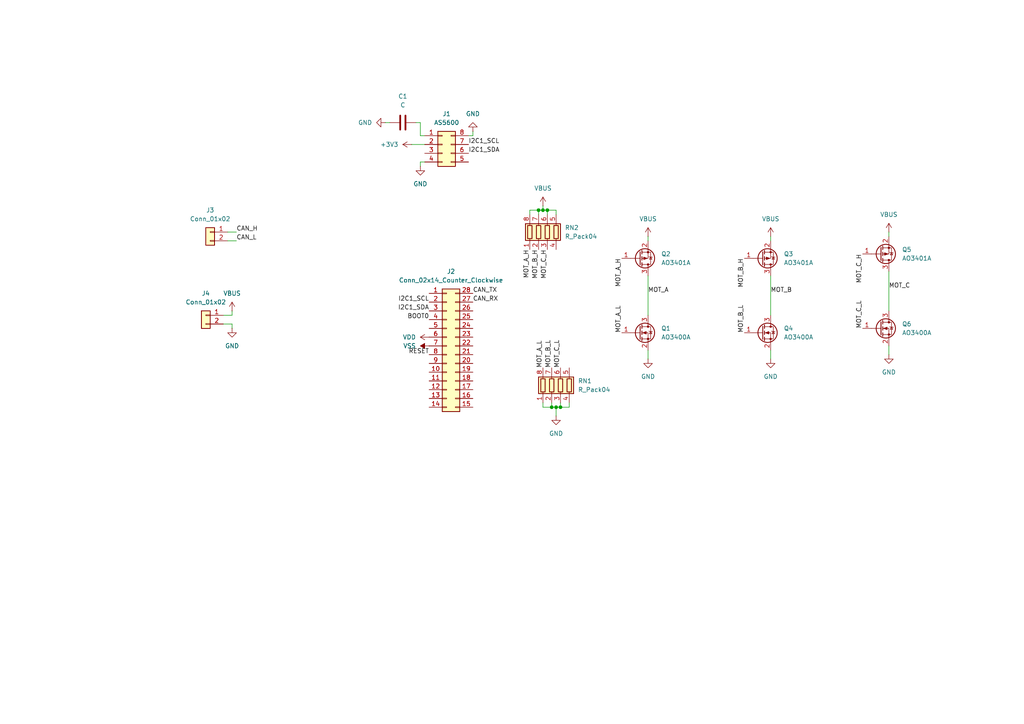
<source format=kicad_sch>
(kicad_sch (version 20231120) (generator "eeschema") (generator_version "8.0")
  (paper "A4")
  (lib_symbols
    (symbol "Connector_Generic:Conn_01x02" (pin_names (offset 1.016) hide)
      (property "Reference" "J" (at 0 2.54 0))
      (property "Value" "Conn_01x02" (at 0 -5.08 0))
      (symbol "Conn_01x02_1_1"
        (rectangle (start -1.27 -2.413) (end 0 -2.667) (stroke (width 0.1524)))
        (rectangle (start -1.27 0.127) (end 0 -0.127) (stroke (width 0.1524)))
        (rectangle (start -1.27 1.27) (end 1.27 -3.81) (stroke (width 0.254)) (fill (type background)))
        (pin passive line (at -5.08 0 0) (length 3.81) (name "Pin_1") (number "1"))
        (pin passive line (at -5.08 -2.54 0) (length 3.81) (name "Pin_2") (number "2"))
      )
    )
    (symbol "Connector_Generic:Conn_02x04_Counter_Clockwise" (pin_names (offset 1.016) hide)
      (property "Reference" "J" (at 1.27 5.08 0))
      (property "Value" "Conn_02x04_Counter_Clockwise" (at 1.27 -7.62 0))
      (symbol "Conn_02x04_Counter_Clockwise_1_1"
        (rectangle (start -1.27 -4.953) (end 0 -5.207) (stroke (width 0.1524)))
        (rectangle (start -1.27 -2.413) (end 0 -2.667) (stroke (width 0.1524)))
        (rectangle (start -1.27 0.127) (end 0 -0.127) (stroke (width 0.1524)))
        (rectangle (start -1.27 2.667) (end 0 2.413) (stroke (width 0.1524)))
        (rectangle (start -1.27 3.81) (end 3.81 -6.35) (stroke (width 0.254)) (fill (type background)))
        (rectangle (start 3.81 -4.953) (end 2.54 -5.207) (stroke (width 0.1524)))
        (rectangle (start 3.81 -2.413) (end 2.54 -2.667) (stroke (width 0.1524)))
        (rectangle (start 3.81 0.127) (end 2.54 -0.127) (stroke (width 0.1524)))
        (rectangle (start 3.81 2.667) (end 2.54 2.413) (stroke (width 0.1524)))
        (pin passive line (at -5.08 2.54 0) (length 3.81) (name "Pin_1") (number "1"))
        (pin passive line (at -5.08 0 0) (length 3.81) (name "Pin_2") (number "2"))
        (pin passive line (at -5.08 -2.54 0) (length 3.81) (name "Pin_3") (number "3"))
        (pin passive line (at -5.08 -5.08 0) (length 3.81) (name "Pin_4") (number "4"))
        (pin passive line (at 7.62 -5.08 180) (length 3.81) (name "Pin_5") (number "5"))
        (pin passive line (at 7.62 -2.54 180) (length 3.81) (name "Pin_6") (number "6"))
        (pin passive line (at 7.62 0 180) (length 3.81) (name "Pin_7") (number "7"))
        (pin passive line (at 7.62 2.54 180) (length 3.81) (name "Pin_8") (number "8"))
      )
    )
    (symbol "Connector_Generic:Conn_02x14_Counter_Clockwise" (pin_names (offset 1.016) hide)
      (property "Reference" "J" (at 1.27 17.78 0))
      (property "Value" "Conn_02x14_Counter_Clockwise" (at 1.27 -20.32 0))
      (symbol "Conn_02x14_Counter_Clockwise_1_1"
        (rectangle (start -1.27 -17.653) (end 0 -17.907) (stroke (width 0.1524)))
        (rectangle (start -1.27 -15.113) (end 0 -15.367) (stroke (width 0.1524)))
        (rectangle (start -1.27 -12.573) (end 0 -12.827) (stroke (width 0.1524)))
        (rectangle (start -1.27 -10.033) (end 0 -10.287) (stroke (width 0.1524)))
        (rectangle (start -1.27 -7.493) (end 0 -7.747) (stroke (width 0.1524)))
        (rectangle (start -1.27 -4.953) (end 0 -5.207) (stroke (width 0.1524)))
        (rectangle (start -1.27 -2.413) (end 0 -2.667) (stroke (width 0.1524)))
        (rectangle (start -1.27 0.127) (end 0 -0.127) (stroke (width 0.1524)))
        (rectangle (start -1.27 2.667) (end 0 2.413) (stroke (width 0.1524)))
        (rectangle (start -1.27 5.207) (end 0 4.953) (stroke (width 0.1524)))
        (rectangle (start -1.27 7.747) (end 0 7.493) (stroke (width 0.1524)))
        (rectangle (start -1.27 10.287) (end 0 10.033) (stroke (width 0.1524)))
        (rectangle (start -1.27 12.827) (end 0 12.573) (stroke (width 0.1524)))
        (rectangle (start -1.27 15.367) (end 0 15.113) (stroke (width 0.1524)))
        (rectangle (start -1.27 16.51) (end 3.81 -19.05) (stroke (width 0.254)) (fill (type background)))
        (rectangle (start 3.81 -17.653) (end 2.54 -17.907) (stroke (width 0.1524)))
        (rectangle (start 3.81 -15.113) (end 2.54 -15.367) (stroke (width 0.1524)))
        (rectangle (start 3.81 -12.573) (end 2.54 -12.827) (stroke (width 0.1524)))
        (rectangle (start 3.81 -10.033) (end 2.54 -10.287) (stroke (width 0.1524)))
        (rectangle (start 3.81 -7.493) (end 2.54 -7.747) (stroke (width 0.1524)))
        (rectangle (start 3.81 -4.953) (end 2.54 -5.207) (stroke (width 0.1524)))
        (rectangle (start 3.81 -2.413) (end 2.54 -2.667) (stroke (width 0.1524)))
        (rectangle (start 3.81 0.127) (end 2.54 -0.127) (stroke (width 0.1524)))
        (rectangle (start 3.81 2.667) (end 2.54 2.413) (stroke (width 0.1524)))
        (rectangle (start 3.81 5.207) (end 2.54 4.953) (stroke (width 0.1524)))
        (rectangle (start 3.81 7.747) (end 2.54 7.493) (stroke (width 0.1524)))
        (rectangle (start 3.81 10.287) (end 2.54 10.033) (stroke (width 0.1524)))
        (rectangle (start 3.81 12.827) (end 2.54 12.573) (stroke (width 0.1524)))
        (rectangle (start 3.81 15.367) (end 2.54 15.113) (stroke (width 0.1524)))
        (pin passive line (at -5.08 15.24 0) (length 3.81) (name "Pin_1") (number "1"))
        (pin passive line (at -5.08 -7.62 0) (length 3.81) (name "Pin_10") (number "10"))
        (pin passive line (at -5.08 -10.16 0) (length 3.81) (name "Pin_11") (number "11"))
        (pin passive line (at -5.08 -12.7 0) (length 3.81) (name "Pin_12") (number "12"))
        (pin passive line (at -5.08 -15.24 0) (length 3.81) (name "Pin_13") (number "13"))
        (pin passive line (at -5.08 -17.78 0) (length 3.81) (name "Pin_14") (number "14"))
        (pin passive line (at 7.62 -17.78 180) (length 3.81) (name "Pin_15") (number "15"))
        (pin passive line (at 7.62 -15.24 180) (length 3.81) (name "Pin_16") (number "16"))
        (pin passive line (at 7.62 -12.7 180) (length 3.81) (name "Pin_17") (number "17"))
        (pin passive line (at 7.62 -10.16 180) (length 3.81) (name "Pin_18") (number "18"))
        (pin passive line (at 7.62 -7.62 180) (length 3.81) (name "Pin_19") (number "19"))
        (pin passive line (at -5.08 12.7 0) (length 3.81) (name "Pin_2") (number "2"))
        (pin passive line (at 7.62 -5.08 180) (length 3.81) (name "Pin_20") (number "20"))
        (pin passive line (at 7.62 -2.54 180) (length 3.81) (name "Pin_21") (number "21"))
        (pin passive line (at 7.62 0 180) (length 3.81) (name "Pin_22") (number "22"))
        (pin passive line (at 7.62 2.54 180) (length 3.81) (name "Pin_23") (number "23"))
        (pin passive line (at 7.62 5.08 180) (length 3.81) (name "Pin_24") (number "24"))
        (pin passive line (at 7.62 7.62 180) (length 3.81) (name "Pin_25") (number "25"))
        (pin passive line (at 7.62 10.16 180) (length 3.81) (name "Pin_26") (number "26"))
        (pin passive line (at 7.62 12.7 180) (length 3.81) (name "Pin_27") (number "27"))
        (pin passive line (at 7.62 15.24 180) (length 3.81) (name "Pin_28") (number "28"))
        (pin passive line (at -5.08 10.16 0) (length 3.81) (name "Pin_3") (number "3"))
        (pin passive line (at -5.08 7.62 0) (length 3.81) (name "Pin_4") (number "4"))
        (pin passive line (at -5.08 5.08 0) (length 3.81) (name "Pin_5") (number "5"))
        (pin passive line (at -5.08 2.54 0) (length 3.81) (name "Pin_6") (number "6"))
        (pin passive line (at -5.08 0 0) (length 3.81) (name "Pin_7") (number "7"))
        (pin passive line (at -5.08 -2.54 0) (length 3.81) (name "Pin_8") (number "8"))
        (pin passive line (at -5.08 -5.08 0) (length 3.81) (name "Pin_9") (number "9"))
      )
    )
    (symbol "Device:C" (pin_numbers hide) (pin_names (offset 0.254))
      (property "Reference" "C" (at 0.635 2.54 0))
      (property "Value" "C" (at 0.635 -2.54 0))
      (symbol "C_0_1"
        (polyline (pts (xy -2.032 -0.762) (xy 2.032 -0.762)) (stroke (width 0.508)))
        (polyline (pts (xy -2.032 0.762) (xy 2.032 0.762)) (stroke (width 0.508)))
      )
      (symbol "C_1_1"
        (pin passive line (at 0 3.81 270) (length 2.794) (name "~") (number "1"))
        (pin passive line (at 0 -3.81 90) (length 2.794) (name "~") (number "2"))
      )
    )
    (symbol "Device:R_Pack04" (pin_names (offset 0) hide)
      (property "Reference" "RN" (at -7.62 0 90))
      (property "Value" "R_Pack04" (at 5.08 0 90))
      (symbol "R_Pack04_0_1"
        (rectangle (start -6.35 -2.413) (end 3.81 2.413) (stroke (width 0.254)) (fill (type background)))
        (rectangle (start -5.715 1.905) (end -4.445 -1.905) (stroke (width 0.254)))
        (rectangle (start -3.175 1.905) (end -1.905 -1.905) (stroke (width 0.254)))
        (rectangle (start -0.635 1.905) (end 0.635 -1.905) (stroke (width 0.254)))
        (polyline (pts (xy -5.08 -2.54) (xy -5.08 -1.905)))
        (polyline (pts (xy -5.08 1.905) (xy -5.08 2.54)))
        (polyline (pts (xy -2.54 -2.54) (xy -2.54 -1.905)))
        (polyline (pts (xy -2.54 1.905) (xy -2.54 2.54)))
        (polyline (pts (xy 0 -2.54) (xy 0 -1.905)))
        (polyline (pts (xy 0 1.905) (xy 0 2.54)))
        (polyline (pts (xy 2.54 -2.54) (xy 2.54 -1.905)))
        (polyline (pts (xy 2.54 1.905) (xy 2.54 2.54)))
        (rectangle (start 1.905 1.905) (end 3.175 -1.905) (stroke (width 0.254)))
      )
      (symbol "R_Pack04_1_1"
        (pin passive line (at -5.08 -5.08 90) (length 2.54) (name "R1.1") (number "1"))
        (pin passive line (at -2.54 -5.08 90) (length 2.54) (name "R2.1") (number "2"))
        (pin passive line (at 0 -5.08 90) (length 2.54) (name "R3.1") (number "3"))
        (pin passive line (at 2.54 -5.08 90) (length 2.54) (name "R4.1") (number "4"))
        (pin passive line (at 2.54 5.08 270) (length 2.54) (name "R4.2") (number "5"))
        (pin passive line (at 0 5.08 270) (length 2.54) (name "R3.2") (number "6"))
        (pin passive line (at -2.54 5.08 270) (length 2.54) (name "R2.2") (number "7"))
        (pin passive line (at -5.08 5.08 270) (length 2.54) (name "R1.2") (number "8"))
      )
    )
    (symbol "Transistor_FET:AO3400A" (pin_names hide)
      (property "Reference" "Q" (at 5.08 1.905 0))
      (property "Value" "AO3400A" (at 5.08 0 0))
      (symbol "AO3400A_0_1"
        (polyline (pts (xy 0.254 0) (xy -2.54 0)))
        (polyline (pts (xy 0.254 1.905) (xy 0.254 -1.905)) (stroke (width 0.254)))
        (polyline (pts (xy 0.762 -1.27) (xy 0.762 -2.286)) (stroke (width 0.254)))
        (polyline (pts (xy 0.762 0.508) (xy 0.762 -0.508)) (stroke (width 0.254)))
        (polyline (pts (xy 0.762 2.286) (xy 0.762 1.27)) (stroke (width 0.254)))
        (polyline (pts (xy 2.54 2.54) (xy 2.54 1.778)))
        (polyline (pts (xy 2.54 -2.54) (xy 2.54 0) (xy 0.762 0)))
        (polyline (pts (xy 0.762 -1.778) (xy 3.302 -1.778) (xy 3.302 1.778) (xy 0.762 1.778)))
        (polyline (pts (xy 1.016 0) (xy 2.032 0.381) (xy 2.032 -0.381) (xy 1.016 0)) (fill (type outline)))
        (polyline (pts (xy 2.794 0.508) (xy 2.921 0.381) (xy 3.683 0.381) (xy 3.81 0.254)))
        (polyline (pts (xy 3.302 0.381) (xy 2.921 -0.254) (xy 3.683 -0.254) (xy 3.302 0.381)))
        (circle (center 1.651 0) (radius 2.794) (stroke (width 0.254)))
        (circle (center 2.54 -1.778) (radius 0.254) (fill (type outline)))
        (circle (center 2.54 1.778) (radius 0.254) (fill (type outline)))
      )
      (symbol "AO3400A_1_1"
        (pin input line (at -5.08 0 0) (length 2.54) (name "G") (number "1"))
        (pin passive line (at 2.54 -5.08 90) (length 2.54) (name "S") (number "2"))
        (pin passive line (at 2.54 5.08 270) (length 2.54) (name "D") (number "3"))
      )
    )
    (symbol "Transistor_FET:AO3401A" (pin_names hide)
      (property "Reference" "Q" (at 5.08 1.905 0))
      (property "Value" "AO3401A" (at 5.08 0 0))
      (symbol "AO3401A_0_1"
        (polyline (pts (xy 0.254 0) (xy -2.54 0)))
        (polyline (pts (xy 0.254 1.905) (xy 0.254 -1.905)) (stroke (width 0.254)))
        (polyline (pts (xy 0.762 -1.27) (xy 0.762 -2.286)) (stroke (width 0.254)))
        (polyline (pts (xy 0.762 0.508) (xy 0.762 -0.508)) (stroke (width 0.254)))
        (polyline (pts (xy 0.762 2.286) (xy 0.762 1.27)) (stroke (width 0.254)))
        (polyline (pts (xy 2.54 2.54) (xy 2.54 1.778)))
        (polyline (pts (xy 2.54 -2.54) (xy 2.54 0) (xy 0.762 0)))
        (polyline (pts (xy 0.762 1.778) (xy 3.302 1.778) (xy 3.302 -1.778) (xy 0.762 -1.778)))
        (polyline (pts (xy 2.286 0) (xy 1.27 0.381) (xy 1.27 -0.381) (xy 2.286 0)) (fill (type outline)))
        (polyline (pts (xy 2.794 -0.508) (xy 2.921 -0.381) (xy 3.683 -0.381) (xy 3.81 -0.254)))
        (polyline (pts (xy 3.302 -0.381) (xy 2.921 0.254) (xy 3.683 0.254) (xy 3.302 -0.381)))
        (circle (center 1.651 0) (radius 2.794) (stroke (width 0.254)))
        (circle (center 2.54 -1.778) (radius 0.254) (fill (type outline)))
        (circle (center 2.54 1.778) (radius 0.254) (fill (type outline)))
      )
      (symbol "AO3401A_1_1"
        (pin input line (at -5.08 0 0) (length 2.54) (name "G") (number "1"))
        (pin passive line (at 2.54 -5.08 90) (length 2.54) (name "S") (number "2"))
        (pin passive line (at 2.54 5.08 270) (length 2.54) (name "D") (number "3"))
      )
    )
    (symbol "power:+3V3" (power) (pin_numbers hide) (pin_names (offset 0) hide)
      (property "Value" "+3V3" (at 0 3.556 0))
      (symbol "+3V3_0_1"
        (polyline (pts (xy -0.762 1.27) (xy 0 2.54)))
        (polyline (pts (xy 0 0) (xy 0 2.54)))
        (polyline (pts (xy 0 2.54) (xy 0.762 1.27)))
      )
      (symbol "+3V3_1_1"
        (pin power_in line (at 0 0 90) (length 0) (name "~") (number "1"))
      )
    )
    (symbol "power:GND" (power) (pin_numbers hide) (pin_names (offset 0) hide)
      (property "Value" "GND" (at 0 -3.81 0))
      (symbol "GND_0_1"
        (polyline (pts (xy 0 0) (xy 0 -1.27) (xy 1.27 -1.27) (xy 0 -2.54) (xy -1.27 -1.27) (xy 0 -1.27)))
      )
      (symbol "GND_1_1"
        (pin power_in line (at 0 0 270) (length 0) (name "~") (number "1"))
      )
    )
    (symbol "power:VBUS" (power) (pin_numbers hide) (pin_names (offset 0) hide)
      (property "Value" "VBUS" (at 0 3.556 0))
      (symbol "VBUS_0_1"
        (polyline (pts (xy -0.762 1.27) (xy 0 2.54)))
        (polyline (pts (xy 0 0) (xy 0 2.54)))
        (polyline (pts (xy 0 2.54) (xy 0.762 1.27)))
      )
      (symbol "VBUS_1_1"
        (pin power_in line (at 0 0 90) (length 0) (name "~") (number "1"))
      )
    )
    (symbol "power:VDD" (power) (pin_numbers hide) (pin_names (offset 0) hide)
      (property "Value" "VDD" (at 0 3.556 0))
      (symbol "VDD_0_1"
        (polyline (pts (xy -0.762 1.27) (xy 0 2.54)))
        (polyline (pts (xy 0 0) (xy 0 2.54)))
        (polyline (pts (xy 0 2.54) (xy 0.762 1.27)))
      )
      (symbol "VDD_1_1"
        (pin power_in line (at 0 0 90) (length 0) (name "~") (number "1"))
      )
    )
    (symbol "power:VSS" (power) (pin_numbers hide) (pin_names (offset 0) hide)
      (property "Value" "VSS" (at 0 3.556 0))
      (symbol "VSS_0_1"
        (polyline (pts (xy 0 0) (xy 0 2.54)))
        (polyline (pts (xy 0.762 1.27) (xy -0.762 1.27) (xy 0 2.54) (xy 0.762 1.27)) (fill (type outline)))
      )
      (symbol "VSS_1_1"
        (pin power_in line (at 0 0 90) (length 0) (name "~") (number "1"))
      )
    )
  )
  (junction (at 161.29 118.11))
  (junction (at 157.48 60.96))
  (junction (at 160.02 118.11))
  (junction (at 162.56 118.11))
  (junction (at 158.75 60.96))
  (junction (at 156.21 60.96))
  (wire (pts (xy 160.02 118.11) (xy 157.48 118.11)))
  (wire (pts (xy 257.81 67.31) (xy 257.81 68.58)))
  (wire (pts (xy 67.31 91.44) (xy 64.77 91.44)))
  (wire (pts (xy 158.75 60.96) (xy 161.29 60.96)))
  (wire (pts (xy 66.04 67.31) (xy 68.58 67.31)))
  (wire (pts (xy 157.48 60.96) (xy 156.21 60.96)))
  (wire (pts (xy 156.21 60.96) (xy 156.21 62.23)))
  (wire (pts (xy 119.38 41.91) (xy 123.19 41.91)))
  (wire (pts (xy 153.67 60.96) (xy 153.67 62.23)))
  (wire (pts (xy 157.48 60.96) (xy 158.75 60.96)))
  (wire (pts (xy 162.56 116.84) (xy 162.56 118.11)))
  (wire (pts (xy 157.48 118.11) (xy 157.48 116.84)))
  (wire (pts (xy 67.31 93.98) (xy 64.77 93.98)))
  (wire (pts (xy 165.1 116.84) (xy 165.1 118.11)))
  (wire (pts (xy 187.96 101.6) (xy 187.96 104.14)))
  (wire (pts (xy 165.1 118.11) (xy 162.56 118.11)))
  (wire (pts (xy 257.81 78.74) (xy 257.81 90.17)))
  (wire (pts (xy 161.29 120.65) (xy 161.29 118.11)))
  (wire (pts (xy 121.92 39.37) (xy 123.19 39.37)))
  (wire (pts (xy 223.52 80.01) (xy 223.52 91.44)))
  (wire (pts (xy 137.16 38.1) (xy 137.16 39.37)))
  (wire (pts (xy 162.56 118.11) (xy 161.29 118.11)))
  (wire (pts (xy 137.16 39.37) (xy 135.89 39.37)))
  (wire (pts (xy 223.52 68.58) (xy 223.52 69.85)))
  (wire (pts (xy 187.96 68.58) (xy 187.96 69.85)))
  (wire (pts (xy 157.48 59.69) (xy 157.48 60.96)))
  (wire (pts (xy 158.75 60.96) (xy 158.75 62.23)))
  (wire (pts (xy 161.29 60.96) (xy 161.29 62.23)))
  (wire (pts (xy 257.81 100.33) (xy 257.81 102.87)))
  (wire (pts (xy 121.92 35.56) (xy 121.92 39.37)))
  (wire (pts (xy 67.31 95.25) (xy 67.31 93.98)))
  (wire (pts (xy 121.92 46.99) (xy 121.92 48.26)))
  (wire (pts (xy 67.31 90.17) (xy 67.31 91.44)))
  (wire (pts (xy 223.52 101.6) (xy 223.52 104.14)))
  (wire (pts (xy 123.19 46.99) (xy 121.92 46.99)))
  (wire (pts (xy 66.04 69.85) (xy 68.58 69.85)))
  (wire (pts (xy 161.29 118.11) (xy 160.02 118.11)))
  (wire (pts (xy 111.76 35.56) (xy 113.03 35.56)))
  (wire (pts (xy 187.96 80.01) (xy 187.96 91.44)))
  (wire (pts (xy 120.65 35.56) (xy 121.92 35.56)))
  (wire (pts (xy 160.02 116.84) (xy 160.02 118.11)))
  (wire (pts (xy 156.21 60.96) (xy 153.67 60.96)))
  (label "MOT_C_H" (at 158.75 72.39 270))
  (label "I2C1_SDA" (at 124.46 90.17 180))
  (label "BOOT0" (at 124.46 92.71 180))
  (label "MOT_A_H" (at 180.34 74.93 270))
  (label "CAN_RX" (at 137.16 87.63 0))
  (label "MOT_C_L" (at 162.56 106.68 90))
  (label "I2C1_SDA" (at 135.89 44.45 0))
  (label "MOT_B_H" (at 215.9 74.93 270))
  (label "MOT_C_L" (at 250.19 95.25 90))
  (label "MOT_B_L" (at 215.9 96.52 90))
  (label "MOT_B_L" (at 160.02 106.68 90))
  (label "I2C1_SCL" (at 124.46 87.63 180))
  (label "MOT_B" (at 223.52 85.09 0))
  (label "CAN_H" (at 68.58 67.31 0))
  (label "I2C1_SCL" (at 135.89 41.91 0))
  (label "MOT_A_L" (at 180.34 96.52 90))
  (label "MOT_B_H" (at 156.21 72.39 270))
  (label "MOT_C_H" (at 250.19 73.66 270))
  (label "MOT_A_L" (at 157.48 106.68 90))
  (label "MOT_C" (at 257.81 83.82 0))
  (label "CAN_TX" (at 137.16 85.09 0))
  (label "MOT_A" (at 187.96 85.09 0))
  (label "MOT_A_H" (at 153.67 72.39 270))
  (label "CAN_L" (at 68.58 69.85 0))
  (label "RESET" (at 124.46 102.87 180))
  (symbol (lib_id "Connector_Generic:Conn_01x02") (at 60.96 67.31 0) (mirror y) (unit 1)
    (property "Reference" "J3" (at 60.96 60.96 0))
    (property "Value" "Conn_01x02" (at 60.96 63.5 0))
    (property "Description" "Generic connector, single row, 01x02, script generated (kicad-library-utils/schlib/autogen/connector/)" (effects (hide yes)))
  )
  (symbol (lib_id "Transistor_FET:AO3401A") (at 255.27 73.66 0) (mirror x) (unit 1)
    (property "Reference" "Q5" (at 261.62 72.3899 0) (effects (justify left)))
    (property "Value" "AO3401A" (at 261.62 74.9299 0) (effects (justify left)))
    (property "Footprint" "Package_TO_SOT_SMD:SOT-23" (effects (hide yes)))
    (property "Datasheet" "http://www.aosmd.com/pdfs/datasheet/AO3401A.pdf" (effects (hide yes)))
    (property "Description" "-4.0A Id, -30V Vds, P-Channel MOSFET, SOT-23" (effects (hide yes)))
  )
  (symbol (lib_id "power:VBUS") (at 187.96 68.58 0) (unit 1)
    (property "Reference" "#PWR09" (effects (hide yes)))
    (property "Value" "VBUS" (at 187.96 63.5 0))
    (property "Description" "Power symbol creates a global label with name \"VBUS\"" (effects (hide yes)))
  )
  (symbol (lib_id "Connector_Generic:Conn_02x04_Counter_Clockwise") (at 128.27 41.91 0) (unit 1)
    (property "Reference" "J1" (at 129.54 33.02 0))
    (property "Value" "AS5600" (at 129.54 35.56 0))
    (property "Description" "Generic connector, double row, 02x04, counter clockwise pin numbering scheme (similar to DIP package numbering), script generated (kicad-library-utils/schlib/autogen/connector/)" (effects (hide yes)))
  )
  (symbol (lib_id "power:VBUS") (at 223.52 68.58 0) (unit 1)
    (property "Reference" "#PWR013" (effects (hide yes)))
    (property "Value" "VBUS" (at 223.52 63.5 0))
    (property "Description" "Power symbol creates a global label with name \"VBUS\"" (effects (hide yes)))
  )
  (symbol (lib_id "power:VDD") (at 124.46 97.79 90) (unit 1)
    (property "Reference" "#PWR01" (effects (hide yes)))
    (property "Value" "VDD" (at 120.65 97.7899 90) (effects (justify left)))
    (property "Description" "Power symbol creates a global label with name \"VDD\"" (effects (hide yes)))
  )
  (symbol (lib_id "power:+3V3") (at 119.38 41.91 90) (unit 1)
    (property "Reference" "#PWR05" (effects (hide yes)))
    (property "Value" "+3V3" (at 115.57 41.9099 90) (effects (justify left)))
    (property "Description" "Power symbol creates a global label with name \"+3V3\"" (effects (hide yes)))
  )
  (symbol (lib_id "power:VBUS") (at 67.31 90.17 0) (unit 1)
    (property "Reference" "#PWR07" (effects (hide yes)))
    (property "Value" "VBUS" (at 67.31 85.09 0))
    (property "Description" "Power symbol creates a global label with name \"VBUS\"" (effects (hide yes)))
  )
  (symbol (lib_id "power:GND") (at 223.52 104.14 0) (unit 1)
    (property "Reference" "#PWR014" (effects (hide yes)))
    (property "Value" "GND" (at 223.52 109.22 0))
    (property "Description" "Power symbol creates a global label with name \"GND\" , ground" (effects (hide yes)))
  )
  (symbol (lib_id "power:GND") (at 67.31 95.25 0) (unit 1)
    (property "Reference" "#PWR08" (effects (hide yes)))
    (property "Value" "GND" (at 67.31 100.33 0))
    (property "Description" "Power symbol creates a global label with name \"GND\" , ground" (effects (hide yes)))
  )
  (symbol (lib_id "Device:R_Pack04") (at 158.75 67.31 0) (unit 1)
    (property "Reference" "RN2" (at 163.83 66.0399 0) (effects (justify left)))
    (property "Value" "R_Pack04" (at 163.83 68.5799 0) (effects (justify left)))
    (property "Description" "4 resistor network, parallel topology" (effects (hide yes)))
  )
  (symbol (lib_id "power:VBUS") (at 257.81 67.31 0) (unit 1)
    (property "Reference" "#PWR015" (effects (hide yes)))
    (property "Value" "VBUS" (at 257.81 62.23 0))
    (property "Description" "Power symbol creates a global label with name \"VBUS\"" (effects (hide yes)))
  )
  (symbol (lib_id "power:GND") (at 257.81 102.87 0) (unit 1)
    (property "Reference" "#PWR016" (effects (hide yes)))
    (property "Value" "GND" (at 257.81 107.95 0))
    (property "Description" "Power symbol creates a global label with name \"GND\" , ground" (effects (hide yes)))
  )
  (symbol (lib_id "Transistor_FET:AO3401A") (at 220.98 74.93 0) (mirror x) (unit 1)
    (property "Reference" "Q3" (at 227.33 73.6599 0) (effects (justify left)))
    (property "Value" "AO3401A" (at 227.33 76.1999 0) (effects (justify left)))
    (property "Footprint" "Package_TO_SOT_SMD:SOT-23" (effects (hide yes)))
    (property "Datasheet" "http://www.aosmd.com/pdfs/datasheet/AO3401A.pdf" (effects (hide yes)))
    (property "Description" "-4.0A Id, -30V Vds, P-Channel MOSFET, SOT-23" (effects (hide yes)))
  )
  (symbol (lib_id "Transistor_FET:AO3400A") (at 255.27 95.25 0) (unit 1)
    (property "Reference" "Q6" (at 261.62 93.9799 0) (effects (justify left)))
    (property "Value" "AO3400A" (at 261.62 96.5199 0) (effects (justify left)))
    (property "Footprint" "Package_TO_SOT_SMD:SOT-23" (effects (hide yes)))
    (property "Datasheet" "http://www.aosmd.com/pdfs/datasheet/AO3400A.pdf" (effects (hide yes)))
    (property "Description" "30V Vds, 5.7A Id, N-Channel MOSFET, SOT-23" (effects (hide yes)))
  )
  (symbol (lib_id "Device:C") (at 116.84 35.56 90) (unit 1)
    (property "Reference" "C1" (at 116.84 27.94 90))
    (property "Value" "C" (at 116.84 30.48 90))
    (property "Description" "Unpolarized capacitor" (effects (hide yes)))
  )
  (symbol (lib_id "Transistor_FET:AO3401A") (at 185.42 74.93 0) (mirror x) (unit 1)
    (property "Reference" "Q2" (at 191.77 73.6599 0) (effects (justify left)))
    (property "Value" "AO3401A" (at 191.77 76.1999 0) (effects (justify left)))
    (property "Footprint" "Package_TO_SOT_SMD:SOT-23" (effects (hide yes)))
    (property "Datasheet" "http://www.aosmd.com/pdfs/datasheet/AO3401A.pdf" (effects (hide yes)))
    (property "Description" "-4.0A Id, -30V Vds, P-Channel MOSFET, SOT-23" (effects (hide yes)))
  )
  (symbol (lib_id "Device:R_Pack04") (at 162.56 111.76 0) (unit 1)
    (property "Reference" "RN1" (at 167.64 110.4899 0) (effects (justify left)))
    (property "Value" "R_Pack04" (at 167.64 113.0299 0) (effects (justify left)))
    (property "Description" "4 resistor network, parallel topology" (effects (hide yes)))
  )
  (symbol (lib_id "power:GND") (at 161.29 120.65 0) (unit 1)
    (property "Reference" "#PWR012" (effects (hide yes)))
    (property "Value" "GND" (at 161.29 125.73 0))
    (property "Description" "Power symbol creates a global label with name \"GND\" , ground" (effects (hide yes)))
  )
  (symbol (lib_id "Transistor_FET:AO3400A") (at 220.98 96.52 0) (unit 1)
    (property "Reference" "Q4" (at 227.33 95.2499 0) (effects (justify left)))
    (property "Value" "AO3400A" (at 227.33 97.7899 0) (effects (justify left)))
    (property "Footprint" "Package_TO_SOT_SMD:SOT-23" (effects (hide yes)))
    (property "Datasheet" "http://www.aosmd.com/pdfs/datasheet/AO3400A.pdf" (effects (hide yes)))
    (property "Description" "30V Vds, 5.7A Id, N-Channel MOSFET, SOT-23" (effects (hide yes)))
  )
  (symbol (lib_id "Connector_Generic:Conn_01x02") (at 59.69 91.44 0) (mirror y) (unit 1)
    (property "Reference" "J4" (at 59.69 85.09 0))
    (property "Value" "Conn_01x02" (at 59.69 87.63 0))
    (property "Description" "Generic connector, single row, 01x02, script generated (kicad-library-utils/schlib/autogen/connector/)" (effects (hide yes)))
  )
  (symbol (lib_id "power:GND") (at 111.76 35.56 270) (unit 1)
    (property "Reference" "#PWR06" (effects (hide yes)))
    (property "Value" "GND" (at 107.95 35.5599 90) (effects (justify right)))
    (property "Description" "Power symbol creates a global label with name \"GND\" , ground" (effects (hide yes)))
  )
  (symbol (lib_id "power:GND") (at 121.92 48.26 0) (unit 1)
    (property "Reference" "#PWR04" (effects (hide yes)))
    (property "Value" "GND" (at 121.92 53.34 0))
    (property "Description" "Power symbol creates a global label with name \"GND\" , ground" (effects (hide yes)))
  )
  (symbol (lib_id "Connector_Generic:Conn_02x14_Counter_Clockwise") (at 129.54 100.33 0) (unit 1)
    (property "Reference" "J2" (at 130.81 78.74 0))
    (property "Value" "Conn_02x14_Counter_Clockwise" (at 130.81 81.28 0))
    (property "Description" "Generic connector, double row, 02x14, counter clockwise pin numbering scheme (similar to DIP package numbering), script generated (kicad-library-utils/schlib/autogen/connector/)" (effects (hide yes)))
  )
  (symbol (lib_id "Transistor_FET:AO3400A") (at 185.42 96.52 0) (unit 1)
    (property "Reference" "Q1" (at 191.77 95.2499 0) (effects (justify left)))
    (property "Value" "AO3400A" (at 191.77 97.7899 0) (effects (justify left)))
    (property "Footprint" "Package_TO_SOT_SMD:SOT-23" (effects (hide yes)))
    (property "Datasheet" "http://www.aosmd.com/pdfs/datasheet/AO3400A.pdf" (effects (hide yes)))
    (property "Description" "30V Vds, 5.7A Id, N-Channel MOSFET, SOT-23" (effects (hide yes)))
  )
  (symbol (lib_id "power:GND") (at 137.16 38.1 180) (unit 1)
    (property "Reference" "#PWR03" (effects (hide yes)))
    (property "Value" "GND" (at 137.16 33.02 0))
    (property "Description" "Power symbol creates a global label with name \"GND\" , ground" (effects (hide yes)))
  )
  (symbol (lib_id "power:VBUS") (at 157.48 59.69 0) (unit 1)
    (property "Reference" "#PWR011" (effects (hide yes)))
    (property "Value" "VBUS" (at 157.48 54.61 0))
    (property "Description" "Power symbol creates a global label with name \"VBUS\"" (effects (hide yes)))
  )
  (symbol (lib_id "power:VSS") (at 124.46 100.33 90) (unit 1)
    (property "Reference" "#PWR02" (effects (hide yes)))
    (property "Value" "VSS" (at 120.65 100.3299 90) (effects (justify left)))
    (property "Description" "Power symbol creates a global label with name \"VSS\"" (effects (hide yes)))
  )
  (symbol (lib_id "power:GND") (at 187.96 104.14 0) (unit 1)
    (property "Reference" "#PWR010" (effects (hide yes)))
    (property "Value" "GND" (at 187.96 109.22 0))
    (property "Description" "Power symbol creates a global label with name \"GND\" , ground" (effects (hide yes)))
  )
)
</source>
